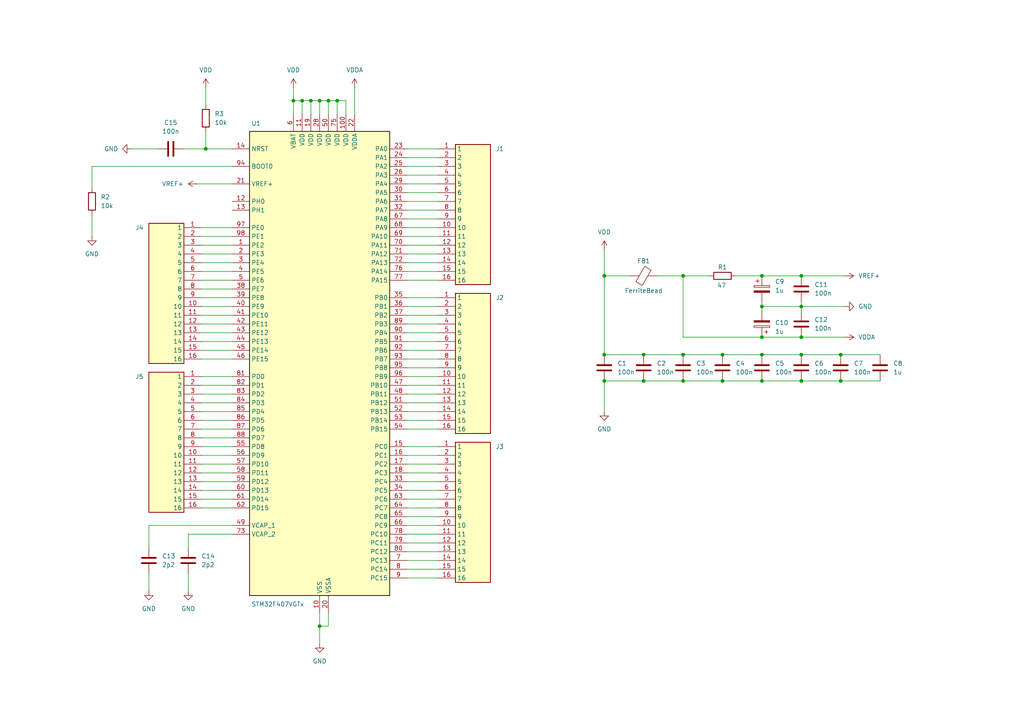
<source format=kicad_sch>
(kicad_sch (version 20250114) (generator "eeschema") (generator_version "9.0")
  (paper "A4")
  (lib_symbols
    (symbol "Custom:61301611121"
      (property "Reference" "J" (at 5.334 5.08 0))
      (property "Value" "61301611121" (at 3.556 -42.164 0))
      (symbol "61301611121_1_1"
        (rectangle (start 5.08 1.27) (end 15.24 -39.37) (stroke (width 0.254)) (fill (type background)))
        (pin passive line (at 0 0 0) (length 5.08) (name "1") (number "1"))
        (pin passive line (at 0 -2.54 0) (length 5.08) (name "2") (number "2"))
        (pin passive line (at 0 -5.08 0) (length 5.08) (name "3") (number "3"))
        (pin passive line (at 0 -7.62 0) (length 5.08) (name "4") (number "4"))
        (pin passive line (at 0 -10.16 0) (length 5.08) (name "5") (number "5"))
        (pin passive line (at 0 -12.7 0) (length 5.08) (name "6") (number "6"))
        (pin passive line (at 0 -15.24 0) (length 5.08) (name "7") (number "7"))
        (pin passive line (at 0 -17.78 0) (length 5.08) (name "8") (number "8"))
        (pin passive line (at 0 -20.32 0) (length 5.08) (name "9") (number "9"))
        (pin passive line (at 0 -22.86 0) (length 5.08) (name "10") (number "10"))
        (pin passive line (at 0 -25.4 0) (length 5.08) (name "11") (number "11"))
        (pin passive line (at 0 -27.94 0) (length 5.08) (name "12") (number "12"))
        (pin passive line (at 0 -30.48 0) (length 5.08) (name "13") (number "13"))
        (pin passive line (at 0 -33.02 0) (length 5.08) (name "14") (number "14"))
        (pin passive line (at 0 -35.56 0) (length 5.08) (name "15") (number "15"))
        (pin passive line (at 0 -38.1 0) (length 5.08) (name "16") (number "16"))
      )
    )
    (symbol "Device:C" (pin_numbers (hide yes)) (pin_names (offset 0.254))
      (property "Reference" "C" (at 0.635 2.54 0))
      (property "Value" "C" (at 0.635 -2.54 0))
      (symbol "C_0_1"
        (polyline (pts (xy -2.032 0.762) (xy 2.032 0.762)) (stroke (width 0.508)))
        (polyline (pts (xy -2.032 -0.762) (xy 2.032 -0.762)) (stroke (width 0.508)))
      )
      (symbol "C_1_1"
        (pin passive line (at 0 3.81 270) (length 2.794) (name "~") (number "1"))
        (pin passive line (at 0 -3.81 90) (length 2.794) (name "~") (number "2"))
      )
    )
    (symbol "Device:C_Polarized" (pin_numbers (hide yes)) (pin_names (offset 0.254))
      (property "Reference" "C" (at 0.635 2.54 0))
      (property "Value" "C_Polarized" (at 0.635 -2.54 0))
      (symbol "C_Polarized_0_1"
        (rectangle (start -2.286 0.508) (end 2.286 1.016))
        (polyline (pts (xy -1.778 2.286) (xy -0.762 2.286)))
        (polyline (pts (xy -1.27 2.794) (xy -1.27 1.778)))
        (rectangle (start 2.286 -0.508) (end -2.286 -1.016) (fill (type outline)))
      )
      (symbol "C_Polarized_1_1"
        (pin passive line (at 0 3.81 270) (length 2.794) (name "~") (number "1"))
        (pin passive line (at 0 -3.81 90) (length 2.794) (name "~") (number "2"))
      )
    )
    (symbol "Device:FerriteBead" (pin_numbers (hide yes)) (pin_names (offset 0))
      (property "Reference" "FB" (at -3.81 0.635 90))
      (property "Value" "FerriteBead" (at 3.81 0 90))
      (symbol "FerriteBead_0_1"
        (polyline (pts (xy -2.7686 0.4064) (xy -1.7018 2.2606) (xy 2.7686 -0.3048) (xy 1.6764 -2.159) (xy -2.7686 0.4064)))
        (polyline (pts (xy 0 1.27) (xy 0 1.2954)))
        (polyline (pts (xy 0 -1.27) (xy 0 -1.2192)))
      )
      (symbol "FerriteBead_1_1"
        (pin passive line (at 0 3.81 270) (length 2.54) (name "~") (number "1"))
        (pin passive line (at 0 -3.81 90) (length 2.54) (name "~") (number "2"))
      )
    )
    (symbol "Device:R" (pin_numbers (hide yes)) (pin_names (offset 0))
      (property "Reference" "R" (at 2.032 0 90))
      (property "Value" "R" (at 0 0 90))
      (symbol "R_0_1"
        (rectangle (start -1.016 -2.54) (end 1.016 2.54) (stroke (width 0.254)))
      )
      (symbol "R_1_1"
        (pin passive line (at 0 3.81 270) (length 1.27) (name "~") (number "1"))
        (pin passive line (at 0 -3.81 90) (length 1.27) (name "~") (number "2"))
      )
    )
    (symbol "MCU_ST_STM32F4:STM32F407VGTx"
      (property "Reference" "U" (at -20.32 69.85 0))
      (property "Value" "STM32F407VGTx" (at 12.7 69.85 0))
      (symbol "STM32F407VGTx_0_1"
        (rectangle (start -20.32 -66.04) (end 20.32 68.58) (stroke (width 0.254)) (fill (type background)))
      )
      (symbol "STM32F407VGTx_1_1"
        (pin input line (at -25.4 63.5 0) (length 5.08) (name "NRST") (number "14"))
        (pin input line (at -25.4 58.42 0) (length 5.08) (name "BOOT0") (number "94"))
        (pin input line (at -25.4 53.34 0) (length 5.08) (name "VREF+") (number "21"))
        (pin bidirectional line (at -25.4 48.26 0) (length 5.08) (name "PH0") (number "12"))
        (pin bidirectional line (at -25.4 45.72 0) (length 5.08) (name "PH1") (number "13"))
        (pin bidirectional line (at -25.4 40.64 0) (length 5.08) (name "PE0") (number "97"))
        (pin bidirectional line (at -25.4 38.1 0) (length 5.08) (name "PE1") (number "98"))
        (pin bidirectional line (at -25.4 35.56 0) (length 5.08) (name "PE2") (number "1"))
        (pin bidirectional line (at -25.4 33.02 0) (length 5.08) (name "PE3") (number "2"))
        (pin bidirectional line (at -25.4 30.48 0) (length 5.08) (name "PE4") (number "3"))
        (pin bidirectional line (at -25.4 27.94 0) (length 5.08) (name "PE5") (number "4"))
        (pin bidirectional line (at -25.4 25.4 0) (length 5.08) (name "PE6") (number "5"))
        (pin bidirectional line (at -25.4 22.86 0) (length 5.08) (name "PE7") (number "38"))
        (pin bidirectional line (at -25.4 20.32 0) (length 5.08) (name "PE8") (number "39"))
        (pin bidirectional line (at -25.4 17.78 0) (length 5.08) (name "PE9") (number "40"))
        (pin bidirectional line (at -25.4 15.24 0) (length 5.08) (name "PE10") (number "41"))
        (pin bidirectional line (at -25.4 12.7 0) (length 5.08) (name "PE11") (number "42"))
        (pin bidirectional line (at -25.4 10.16 0) (length 5.08) (name "PE12") (number "43"))
        (pin bidirectional line (at -25.4 7.62 0) (length 5.08) (name "PE13") (number "44"))
        (pin bidirectional line (at -25.4 5.08 0) (length 5.08) (name "PE14") (number "45"))
        (pin bidirectional line (at -25.4 2.54 0) (length 5.08) (name "PE15") (number "46"))
        (pin bidirectional line (at -25.4 -2.54 0) (length 5.08) (name "PD0") (number "81"))
        (pin bidirectional line (at -25.4 -5.08 0) (length 5.08) (name "PD1") (number "82"))
        (pin bidirectional line (at -25.4 -7.62 0) (length 5.08) (name "PD2") (number "83"))
        (pin bidirectional line (at -25.4 -10.16 0) (length 5.08) (name "PD3") (number "84"))
        (pin bidirectional line (at -25.4 -12.7 0) (length 5.08) (name "PD4") (number "85"))
        (pin bidirectional line (at -25.4 -15.24 0) (length 5.08) (name "PD5") (number "86"))
        (pin bidirectional line (at -25.4 -17.78 0) (length 5.08) (name "PD6") (number "87"))
        (pin bidirectional line (at -25.4 -20.32 0) (length 5.08) (name "PD7") (number "88"))
        (pin bidirectional line (at -25.4 -22.86 0) (length 5.08) (name "PD8") (number "55"))
        (pin bidirectional line (at -25.4 -25.4 0) (length 5.08) (name "PD9") (number "56"))
        (pin bidirectional line (at -25.4 -27.94 0) (length 5.08) (name "PD10") (number "57"))
        (pin bidirectional line (at -25.4 -30.48 0) (length 5.08) (name "PD11") (number "58"))
        (pin bidirectional line (at -25.4 -33.02 0) (length 5.08) (name "PD12") (number "59"))
        (pin bidirectional line (at -25.4 -35.56 0) (length 5.08) (name "PD13") (number "60"))
        (pin bidirectional line (at -25.4 -38.1 0) (length 5.08) (name "PD14") (number "61"))
        (pin bidirectional line (at -25.4 -40.64 0) (length 5.08) (name "PD15") (number "62"))
        (pin power_out line (at -25.4 -45.72 0) (length 5.08) (name "VCAP_1") (number "49"))
        (pin power_out line (at -25.4 -48.26 0) (length 5.08) (name "VCAP_2") (number "73"))
        (pin power_in line (at -7.62 73.66 270) (length 5.08) (name "VBAT") (number "6"))
        (pin power_in line (at -5.08 73.66 270) (length 5.08) (name "VDD") (number "11"))
        (pin power_in line (at -2.54 73.66 270) (length 5.08) (name "VDD") (number "19"))
        (pin power_in line (at 0 73.66 270) (length 5.08) (name "VDD") (number "28"))
        (pin power_in line (at 0 -71.12 90) (length 5.08) (name "VSS") (number "10"))
        (pin passive line (at 0 -71.12 90) (length 5.08) (hide yes) (name "VSS") (number "27"))
        (pin passive line (at 0 -71.12 90) (length 5.08) (hide yes) (name "VSS") (number "74"))
        (pin passive line (at 0 -71.12 90) (length 5.08) (hide yes) (name "VSS") (number "99"))
        (pin power_in line (at 2.54 73.66 270) (length 5.08) (name "VDD") (number "50"))
        (pin power_in line (at 2.54 -71.12 90) (length 5.08) (name "VSSA") (number "20"))
        (pin power_in line (at 5.08 73.66 270) (length 5.08) (name "VDD") (number "75"))
        (pin power_in line (at 7.62 73.66 270) (length 5.08) (name "VDD") (number "100"))
        (pin power_in line (at 10.16 73.66 270) (length 5.08) (name "VDDA") (number "22"))
        (pin bidirectional line (at 25.4 63.5 180) (length 5.08) (name "PA0") (number "23"))
        (pin bidirectional line (at 25.4 60.96 180) (length 5.08) (name "PA1") (number "24"))
        (pin bidirectional line (at 25.4 58.42 180) (length 5.08) (name "PA2") (number "25"))
        (pin bidirectional line (at 25.4 55.88 180) (length 5.08) (name "PA3") (number "26"))
        (pin bidirectional line (at 25.4 53.34 180) (length 5.08) (name "PA4") (number "29"))
        (pin bidirectional line (at 25.4 50.8 180) (length 5.08) (name "PA5") (number "30"))
        (pin bidirectional line (at 25.4 48.26 180) (length 5.08) (name "PA6") (number "31"))
        (pin bidirectional line (at 25.4 45.72 180) (length 5.08) (name "PA7") (number "32"))
        (pin bidirectional line (at 25.4 43.18 180) (length 5.08) (name "PA8") (number "67"))
        (pin bidirectional line (at 25.4 40.64 180) (length 5.08) (name "PA9") (number "68"))
        (pin bidirectional line (at 25.4 38.1 180) (length 5.08) (name "PA10") (number "69"))
        (pin bidirectional line (at 25.4 35.56 180) (length 5.08) (name "PA11") (number "70"))
        (pin bidirectional line (at 25.4 33.02 180) (length 5.08) (name "PA12") (number "71"))
        (pin bidirectional line (at 25.4 30.48 180) (length 5.08) (name "PA13") (number "72"))
        (pin bidirectional line (at 25.4 27.94 180) (length 5.08) (name "PA14") (number "76"))
        (pin bidirectional line (at 25.4 25.4 180) (length 5.08) (name "PA15") (number "77"))
        (pin bidirectional line (at 25.4 20.32 180) (length 5.08) (name "PB0") (number "35"))
        (pin bidirectional line (at 25.4 17.78 180) (length 5.08) (name "PB1") (number "36"))
        (pin bidirectional line (at 25.4 15.24 180) (length 5.08) (name "PB2") (number "37"))
        (pin bidirectional line (at 25.4 12.7 180) (length 5.08) (name "PB3") (number "89"))
        (pin bidirectional line (at 25.4 10.16 180) (length 5.08) (name "PB4") (number "90"))
        (pin bidirectional line (at 25.4 7.62 180) (length 5.08) (name "PB5") (number "91"))
        (pin bidirectional line (at 25.4 5.08 180) (length 5.08) (name "PB6") (number "92"))
        (pin bidirectional line (at 25.4 2.54 180) (length 5.08) (name "PB7") (number "93"))
        (pin bidirectional line (at 25.4 0 180) (length 5.08) (name "PB8") (number "95"))
        (pin bidirectional line (at 25.4 -2.54 180) (length 5.08) (name "PB9") (number "96"))
        (pin bidirectional line (at 25.4 -5.08 180) (length 5.08) (name "PB10") (number "47"))
        (pin bidirectional line (at 25.4 -7.62 180) (length 5.08) (name "PB11") (number "48"))
        (pin bidirectional line (at 25.4 -10.16 180) (length 5.08) (name "PB12") (number "51"))
        (pin bidirectional line (at 25.4 -12.7 180) (length 5.08) (name "PB13") (number "52"))
        (pin bidirectional line (at 25.4 -15.24 180) (length 5.08) (name "PB14") (number "53"))
        (pin bidirectional line (at 25.4 -17.78 180) (length 5.08) (name "PB15") (number "54"))
        (pin bidirectional line (at 25.4 -22.86 180) (length 5.08) (name "PC0") (number "15"))
        (pin bidirectional line (at 25.4 -25.4 180) (length 5.08) (name "PC1") (number "16"))
        (pin bidirectional line (at 25.4 -27.94 180) (length 5.08) (name "PC2") (number "17"))
        (pin bidirectional line (at 25.4 -30.48 180) (length 5.08) (name "PC3") (number "18"))
        (pin bidirectional line (at 25.4 -33.02 180) (length 5.08) (name "PC4") (number "33"))
        (pin bidirectional line (at 25.4 -35.56 180) (length 5.08) (name "PC5") (number "34"))
        (pin bidirectional line (at 25.4 -38.1 180) (length 5.08) (name "PC6") (number "63"))
        (pin bidirectional line (at 25.4 -40.64 180) (length 5.08) (name "PC7") (number "64"))
        (pin bidirectional line (at 25.4 -43.18 180) (length 5.08) (name "PC8") (number "65"))
        (pin bidirectional line (at 25.4 -45.72 180) (length 5.08) (name "PC9") (number "66"))
        (pin bidirectional line (at 25.4 -48.26 180) (length 5.08) (name "PC10") (number "78"))
        (pin bidirectional line (at 25.4 -50.8 180) (length 5.08) (name "PC11") (number "79"))
        (pin bidirectional line (at 25.4 -53.34 180) (length 5.08) (name "PC12") (number "80"))
        (pin bidirectional line (at 25.4 -55.88 180) (length 5.08) (name "PC13") (number "7"))
        (pin bidirectional line (at 25.4 -58.42 180) (length 5.08) (name "PC14") (number "8"))
        (pin bidirectional line (at 25.4 -60.96 180) (length 5.08) (name "PC15") (number "9"))
      )
    )
    (symbol "power:GND" (power) (pin_numbers (hide yes)) (pin_names (offset 0) (hide yes))
      (property "Value" "GND" (at 0 -3.81 0))
      (symbol "GND_0_1"
        (polyline (pts (xy 0 0) (xy 0 -1.27) (xy 1.27 -1.27) (xy 0 -2.54) (xy -1.27 -1.27) (xy 0 -1.27)))
      )
      (symbol "GND_1_1"
        (pin power_in line (at 0 0 270) (length 0) (name "~") (number "1"))
      )
    )
    (symbol "power:VDD" (power) (pin_numbers (hide yes)) (pin_names (offset 0) (hide yes))
      (property "Value" "VDD" (at 0 3.556 0))
      (symbol "VDD_0_1"
        (polyline (pts (xy -0.762 1.27) (xy 0 2.54)))
        (polyline (pts (xy 0 2.54) (xy 0.762 1.27)))
        (polyline (pts (xy 0 0) (xy 0 2.54)))
      )
      (symbol "VDD_1_1"
        (pin power_in line (at 0 0 90) (length 0) (name "~") (number "1"))
      )
    )
  )
  (junction (at 175.26 110.49))
  (junction (at 85.09 29.21))
  (junction (at 209.55 102.87))
  (junction (at 186.69 102.87))
  (junction (at 198.12 110.49))
  (junction (at 232.41 110.49))
  (junction (at 232.41 102.87))
  (junction (at 97.79 29.21))
  (junction (at 220.98 102.87))
  (junction (at 220.98 88.9))
  (junction (at 198.12 102.87))
  (junction (at 92.71 29.21))
  (junction (at 175.26 102.87))
  (junction (at 220.98 80.01))
  (junction (at 87.63 29.21))
  (junction (at 232.41 97.79))
  (junction (at 198.12 80.01))
  (junction (at 90.17 29.21))
  (junction (at 232.41 80.01))
  (junction (at 95.25 29.21))
  (junction (at 220.98 97.79))
  (junction (at 232.41 88.9))
  (junction (at 92.71 181.61))
  (junction (at 186.69 110.49))
  (junction (at 243.84 110.49))
  (junction (at 209.55 110.49))
  (junction (at 175.26 80.01))
  (junction (at 220.98 110.49))
  (junction (at 243.84 102.87))
  (junction (at 59.69 43.18))
  (wire (pts (xy 198.12 110.49) (xy 209.55 110.49)))
  (wire (pts (xy 87.63 29.21) (xy 90.17 29.21)))
  (wire (pts (xy 58.42 144.78) (xy 67.31 144.78)))
  (wire (pts (xy 54.61 166.37) (xy 54.61 171.45)))
  (wire (pts (xy 58.42 127) (xy 67.31 127)))
  (wire (pts (xy 175.26 80.01) (xy 175.26 102.87)))
  (wire (pts (xy 118.11 86.36) (xy 127 86.36)))
  (wire (pts (xy 58.42 83.82) (xy 67.31 83.82)))
  (wire (pts (xy 118.11 104.14) (xy 127 104.14)))
  (wire (pts (xy 43.18 152.4) (xy 43.18 158.75)))
  (wire (pts (xy 43.18 166.37) (xy 43.18 171.45)))
  (wire (pts (xy 59.69 38.1) (xy 59.69 43.18)))
  (wire (pts (xy 85.09 25.4) (xy 85.09 29.21)))
  (wire (pts (xy 118.11 53.34) (xy 127 53.34)))
  (wire (pts (xy 118.11 116.84) (xy 127 116.84)))
  (wire (pts (xy 118.11 152.4) (xy 127 152.4)))
  (wire (pts (xy 118.11 93.98) (xy 127 93.98)))
  (wire (pts (xy 54.61 158.75) (xy 54.61 154.94)))
  (wire (pts (xy 118.11 48.26) (xy 127 48.26)))
  (wire (pts (xy 220.98 110.49) (xy 232.41 110.49)))
  (wire (pts (xy 58.42 66.04) (xy 67.31 66.04)))
  (wire (pts (xy 87.63 29.21) (xy 87.63 33.02)))
  (wire (pts (xy 232.41 80.01) (xy 245.11 80.01)))
  (wire (pts (xy 118.11 154.94) (xy 127 154.94)))
  (wire (pts (xy 198.12 80.01) (xy 205.74 80.01)))
  (wire (pts (xy 26.67 62.23) (xy 26.67 68.58)))
  (wire (pts (xy 38.1 43.18) (xy 45.72 43.18)))
  (wire (pts (xy 43.18 152.4) (xy 67.31 152.4)))
  (wire (pts (xy 58.42 142.24) (xy 67.31 142.24)))
  (wire (pts (xy 118.11 132.08) (xy 127 132.08)))
  (wire (pts (xy 190.5 80.01) (xy 198.12 80.01)))
  (wire (pts (xy 58.42 116.84) (xy 67.31 116.84)))
  (wire (pts (xy 118.11 129.54) (xy 127 129.54)))
  (wire (pts (xy 26.67 48.26) (xy 67.31 48.26)))
  (wire (pts (xy 102.87 25.4) (xy 102.87 33.02)))
  (wire (pts (xy 59.69 25.4) (xy 59.69 30.48)))
  (wire (pts (xy 175.26 110.49) (xy 186.69 110.49)))
  (wire (pts (xy 58.42 73.66) (xy 67.31 73.66)))
  (wire (pts (xy 58.42 99.06) (xy 67.31 99.06)))
  (wire (pts (xy 58.42 101.6) (xy 67.31 101.6)))
  (wire (pts (xy 58.42 91.44) (xy 67.31 91.44)))
  (wire (pts (xy 118.11 160.02) (xy 127 160.02)))
  (wire (pts (xy 58.42 139.7) (xy 67.31 139.7)))
  (wire (pts (xy 85.09 29.21) (xy 87.63 29.21)))
  (wire (pts (xy 85.09 29.21) (xy 85.09 33.02)))
  (wire (pts (xy 118.11 99.06) (xy 127 99.06)))
  (wire (pts (xy 209.55 110.49) (xy 220.98 110.49)))
  (wire (pts (xy 118.11 66.04) (xy 127 66.04)))
  (wire (pts (xy 118.11 81.28) (xy 127 81.28)))
  (wire (pts (xy 58.42 134.62) (xy 67.31 134.62)))
  (wire (pts (xy 118.11 121.92) (xy 127 121.92)))
  (wire (pts (xy 220.98 88.9) (xy 220.98 90.17)))
  (wire (pts (xy 198.12 102.87) (xy 209.55 102.87)))
  (wire (pts (xy 118.11 78.74) (xy 127 78.74)))
  (wire (pts (xy 58.42 93.98) (xy 67.31 93.98)))
  (wire (pts (xy 58.42 68.58) (xy 67.31 68.58)))
  (wire (pts (xy 118.11 114.3) (xy 127 114.3)))
  (wire (pts (xy 118.11 50.8) (xy 127 50.8)))
  (wire (pts (xy 58.42 121.92) (xy 67.31 121.92)))
  (wire (pts (xy 58.42 109.22) (xy 67.31 109.22)))
  (wire (pts (xy 175.26 102.87) (xy 186.69 102.87)))
  (wire (pts (xy 232.41 88.9) (xy 232.41 90.17)))
  (wire (pts (xy 58.42 71.12) (xy 67.31 71.12)))
  (wire (pts (xy 118.11 157.48) (xy 127 157.48)))
  (wire (pts (xy 220.98 88.9) (xy 232.41 88.9)))
  (wire (pts (xy 58.42 111.76) (xy 67.31 111.76)))
  (wire (pts (xy 118.11 109.22) (xy 127 109.22)))
  (wire (pts (xy 118.11 134.62) (xy 127 134.62)))
  (wire (pts (xy 90.17 29.21) (xy 92.71 29.21)))
  (wire (pts (xy 118.11 73.66) (xy 127 73.66)))
  (wire (pts (xy 58.42 104.14) (xy 67.31 104.14)))
  (wire (pts (xy 220.98 87.63) (xy 220.98 88.9)))
  (wire (pts (xy 58.42 86.36) (xy 67.31 86.36)))
  (wire (pts (xy 232.41 97.79) (xy 245.11 97.79)))
  (wire (pts (xy 92.71 177.8) (xy 92.71 181.61)))
  (wire (pts (xy 58.42 124.46) (xy 67.31 124.46)))
  (wire (pts (xy 118.11 111.76) (xy 127 111.76)))
  (wire (pts (xy 118.11 71.12) (xy 127 71.12)))
  (wire (pts (xy 186.69 110.49) (xy 198.12 110.49)))
  (wire (pts (xy 175.26 110.49) (xy 175.26 119.38)))
  (wire (pts (xy 213.36 80.01) (xy 220.98 80.01)))
  (wire (pts (xy 198.12 97.79) (xy 220.98 97.79)))
  (wire (pts (xy 232.41 88.9) (xy 245.11 88.9)))
  (wire (pts (xy 118.11 165.1) (xy 127 165.1)))
  (wire (pts (xy 243.84 102.87) (xy 255.27 102.87)))
  (wire (pts (xy 118.11 96.52) (xy 127 96.52)))
  (wire (pts (xy 118.11 45.72) (xy 127 45.72)))
  (wire (pts (xy 92.71 29.21) (xy 92.71 33.02)))
  (wire (pts (xy 100.33 29.21) (xy 100.33 33.02)))
  (wire (pts (xy 118.11 167.64) (xy 127 167.64)))
  (wire (pts (xy 58.42 137.16) (xy 67.31 137.16)))
  (wire (pts (xy 26.67 48.26) (xy 26.67 54.61)))
  (wire (pts (xy 58.42 88.9) (xy 67.31 88.9)))
  (wire (pts (xy 118.11 119.38) (xy 127 119.38)))
  (wire (pts (xy 92.71 29.21) (xy 95.25 29.21)))
  (wire (pts (xy 118.11 43.18) (xy 127 43.18)))
  (wire (pts (xy 118.11 106.68) (xy 127 106.68)))
  (wire (pts (xy 97.79 29.21) (xy 97.79 33.02)))
  (wire (pts (xy 118.11 144.78) (xy 127 144.78)))
  (wire (pts (xy 95.25 29.21) (xy 95.25 33.02)))
  (wire (pts (xy 175.26 80.01) (xy 182.88 80.01)))
  (wire (pts (xy 59.69 43.18) (xy 67.31 43.18)))
  (wire (pts (xy 58.42 81.28) (xy 67.31 81.28)))
  (wire (pts (xy 58.42 78.74) (xy 67.31 78.74)))
  (wire (pts (xy 92.71 181.61) (xy 95.25 181.61)))
  (wire (pts (xy 186.69 102.87) (xy 198.12 102.87)))
  (wire (pts (xy 58.42 147.32) (xy 67.31 147.32)))
  (wire (pts (xy 118.11 139.7) (xy 127 139.7)))
  (wire (pts (xy 220.98 102.87) (xy 232.41 102.87)))
  (wire (pts (xy 58.42 119.38) (xy 67.31 119.38)))
  (wire (pts (xy 118.11 60.96) (xy 127 60.96)))
  (wire (pts (xy 54.61 154.94) (xy 67.31 154.94)))
  (wire (pts (xy 118.11 88.9) (xy 127 88.9)))
  (wire (pts (xy 58.42 96.52) (xy 67.31 96.52)))
  (wire (pts (xy 118.11 91.44) (xy 127 91.44)))
  (wire (pts (xy 58.42 76.2) (xy 67.31 76.2)))
  (wire (pts (xy 243.84 110.49) (xy 255.27 110.49)))
  (wire (pts (xy 53.34 43.18) (xy 59.69 43.18)))
  (wire (pts (xy 92.71 181.61) (xy 92.71 186.69)))
  (wire (pts (xy 118.11 137.16) (xy 127 137.16)))
  (wire (pts (xy 90.17 29.21) (xy 90.17 33.02)))
  (wire (pts (xy 175.26 72.39) (xy 175.26 80.01)))
  (wire (pts (xy 118.11 149.86) (xy 127 149.86)))
  (wire (pts (xy 232.41 110.49) (xy 243.84 110.49)))
  (wire (pts (xy 58.42 132.08) (xy 67.31 132.08)))
  (wire (pts (xy 232.41 102.87) (xy 243.84 102.87)))
  (wire (pts (xy 118.11 55.88) (xy 127 55.88)))
  (wire (pts (xy 232.41 87.63) (xy 232.41 88.9)))
  (wire (pts (xy 220.98 97.79) (xy 232.41 97.79)))
  (wire (pts (xy 198.12 80.01) (xy 198.12 97.79)))
  (wire (pts (xy 118.11 124.46) (xy 127 124.46)))
  (wire (pts (xy 118.11 63.5) (xy 127 63.5)))
  (wire (pts (xy 58.42 129.54) (xy 67.31 129.54)))
  (wire (pts (xy 118.11 147.32) (xy 127 147.32)))
  (wire (pts (xy 118.11 142.24) (xy 127 142.24)))
  (wire (pts (xy 118.11 76.2) (xy 127 76.2)))
  (wire (pts (xy 57.15 53.34) (xy 67.31 53.34)))
  (wire (pts (xy 95.25 29.21) (xy 97.79 29.21)))
  (wire (pts (xy 209.55 102.87) (xy 220.98 102.87)))
  (wire (pts (xy 118.11 101.6) (xy 127 101.6)))
  (wire (pts (xy 220.98 80.01) (xy 232.41 80.01)))
  (wire (pts (xy 58.42 114.3) (xy 67.31 114.3)))
  (wire (pts (xy 97.79 29.21) (xy 100.33 29.21)))
  (wire (pts (xy 118.11 58.42) (xy 127 58.42)))
  (wire (pts (xy 118.11 68.58) (xy 127 68.58)))
  (wire (pts (xy 95.25 177.8) (xy 95.25 181.61)))
  (wire (pts (xy 118.11 162.56) (xy 127 162.56)))
  (symbol (lib_id "power:VDD") (at 59.69 25.4 0) (unit 1)
    (property "Reference" "#PWR013" (effects (hide yes)))
    (property "Value" "VDD" (at 59.69 20.32 0))
    (property "Description" "Power symbol creates a global label with name \"VDD\"" (effects (hide yes)))
  )
  (symbol (lib_id "Device:FerriteBead") (at 186.69 80.01 90) (unit 1)
    (property "Reference" "FB1" (at 186.69 75.692 90))
    (property "Value" "FerriteBead" (at 186.69 84.328 90))
    (property "Description" "Ferrite bead" (effects (hide yes)))
  )
  (symbol (lib_id "power:GND") (at 175.26 119.38 0) (unit 1)
    (property "Reference" "#PWR02" (effects (hide yes)))
    (property "Value" "GND" (at 175.26 124.46 0))
    (property "Description" "Power symbol creates a global label with name \"GND\" , ground" (effects (hide yes)))
  )
  (symbol (lib_id "power:GND") (at 38.1 43.18 270) (unit 1)
    (property "Reference" "#PWR014" (effects (hide yes)))
    (property "Value" "GND" (at 34.29 43.1799 90) (effects (justify right)))
    (property "Description" "Power symbol creates a global label with name \"GND\" , ground" (effects (hide yes)))
  )
  (symbol (lib_id "Device:R") (at 209.55 80.01 90) (unit 1)
    (property "Reference" "R1" (at 209.55 77.47 90))
    (property "Value" "47" (at 209.296 82.804 90))
    (property "Description" "Resistor" (effects (hide yes)))
  )
  (symbol (lib_id "Custom:61301611121") (at 58.42 66.04 0) (mirror y) (unit 1)
    (property "Reference" "J4" (at 41.656 66.04 0) (effects (justify left)))
    (property "Value" "61301611121" (effects (hide yes)))
    (property "Footprint" "Custom:61301611121" (effects (hide yes)))
    (property "Datasheet" "https://www.we-online.com/components/products/download/3D_61301611121+%28rev1%29.pdf" (effects (hide yes)))
    (property "Description" "WR-PHD 2.54 mm Pin Header 16 pins, 1 row, straight, gold plating" (effects (hide yes)))
    (property "Height" "8.74" (effects (hide yes)))
    (property "Manufacturer_Name" "Wurth Elektronik" (effects (hide yes)))
    (property "Manufacturer_Part_Number" "61301611121" (effects (hide yes)))
    (property "Mouser Part Number" "710-61301611121" (effects (hide yes)))
    (property "Mouser Price/Stock" "https://www.mouser.co.uk/ProductDetail/Wurth-Elektronik/61301611121?qs=PhR8RmCirEYq%2F9PEO1%2F%252B%252Bg%3D%3D" (effects (hide yes)))
  )
  (symbol (lib_id "power:VDD") (at 245.11 97.79 270) (unit 1)
    (property "Reference" "#PWR06" (effects (hide yes)))
    (property "Value" "VDDA" (at 248.92 97.7899 90) (effects (justify left)))
    (property "Description" "Power symbol creates a global label with name \"VDD\"" (effects (hide yes)))
  )
  (symbol (lib_id "Device:C") (at 175.26 106.68 0) (unit 1)
    (property "Reference" "C1" (at 179.07 105.4099 0) (effects (justify left)))
    (property "Value" "100n" (at 179.07 107.9499 0) (effects (justify left)))
    (property "Description" "Unpolarized capacitor" (effects (hide yes)))
  )
  (symbol (lib_id "power:VDD") (at 57.15 53.34 90) (unit 1)
    (property "Reference" "#PWR07" (effects (hide yes)))
    (property "Value" "VREF+" (at 53.34 53.3399 90) (effects (justify left)))
    (property "Description" "Power symbol creates a global label with name \"VDD\"" (effects (hide yes)))
  )
  (symbol (lib_id "Device:C") (at 255.27 106.68 0) (unit 1)
    (property "Reference" "C8" (at 259.08 105.4099 0) (effects (justify left)))
    (property "Value" "1u" (at 259.08 107.9499 0) (effects (justify left)))
    (property "Description" "Unpolarized capacitor" (effects (hide yes)))
  )
  (symbol (lib_id "power:VDD") (at 102.87 25.4 0) (unit 1)
    (property "Reference" "#PWR08" (effects (hide yes)))
    (property "Value" "VDDA" (at 102.87 20.32 0))
    (property "Description" "Power symbol creates a global label with name \"VDD\"" (effects (hide yes)))
  )
  (symbol (lib_id "Device:C_Polarized") (at 220.98 83.82 0) (unit 1)
    (property "Reference" "C9" (at 224.79 81.6609 0) (effects (justify left)))
    (property "Value" "1u" (at 224.79 84.2009 0) (effects (justify left)))
    (property "Description" "Polarized capacitor" (effects (hide yes)))
  )
  (symbol (lib_id "MCU_ST_STM32F4:STM32F407VGTx") (at 92.71 106.68 0) (unit 1)
    (property "Reference" "U1" (at 72.898 35.814 0) (effects (justify left)))
    (property "Value" "STM32F407VGTx" (at 72.898 175.26 0) (effects (justify left)))
    (property "Footprint" "Package_QFP:LQFP-100_14x14mm_P0.5mm" (effects (hide yes)))
    (property "Datasheet" "https://www.st.com/resource/en/datasheet/stm32f407vg.pdf" (effects (hide yes)))
    (property "Description" "STMicroelectronics Arm Cortex-M4 MCU, 1024KB flash, 192KB RAM, 168 MHz, 1.8-3.6V, 82 GPIO, LQFP100" (effects (hide yes)))
  )
  (symbol (lib_id "power:VDD") (at 85.09 25.4 0) (unit 1)
    (property "Reference" "#PWR09" (effects (hide yes)))
    (property "Value" "VDD" (at 85.09 20.32 0))
    (property "Description" "Power symbol creates a global label with name \"VDD\"" (effects (hide yes)))
  )
  (symbol (lib_id "Device:C") (at 49.53 43.18 90) (unit 1)
    (property "Reference" "C15" (at 49.53 35.56 90))
    (property "Value" "100n" (at 49.53 38.1 90))
    (property "Description" "Unpolarized capacitor" (effects (hide yes)))
  )
  (symbol (lib_id "Device:C") (at 186.69 106.68 0) (unit 1)
    (property "Reference" "C2" (at 190.5 105.4099 0) (effects (justify left)))
    (property "Value" "100n" (at 190.5 107.9499 0) (effects (justify left)))
    (property "Description" "Unpolarized capacitor" (effects (hide yes)))
  )
  (symbol (lib_id "Custom:61301611121") (at 127 86.36 0) (unit 1)
    (property "Reference" "J2" (at 143.764 86.36 0) (effects (justify left)))
    (property "Value" "61301611121" (effects (hide yes)))
    (property "Footprint" "Custom:61301611121" (effects (hide yes)))
    (property "Datasheet" "https://www.we-online.com/components/products/download/3D_61301611121+%28rev1%29.pdf" (effects (hide yes)))
    (property "Description" "WR-PHD 2.54 mm Pin Header 16 pins, 1 row, straight, gold plating" (effects (hide yes)))
    (property "Height" "8.74" (effects (hide yes)))
    (property "Manufacturer_Name" "Wurth Elektronik" (effects (hide yes)))
    (property "Manufacturer_Part_Number" "61301611121" (effects (hide yes)))
    (property "Mouser Part Number" "710-61301611121" (effects (hide yes)))
    (property "Mouser Price/Stock" "https://www.mouser.co.uk/ProductDetail/Wurth-Elektronik/61301611121?qs=PhR8RmCirEYq%2F9PEO1%2F%252B%252Bg%3D%3D" (effects (hide yes)))
  )
  (symbol (lib_id "Device:C") (at 232.41 83.82 0) (unit 1)
    (property "Reference" "C11" (at 236.22 82.5499 0) (effects (justify left)))
    (property "Value" "100n" (at 236.22 85.0899 0) (effects (justify left)))
    (property "Description" "Unpolarized capacitor" (effects (hide yes)))
  )
  (symbol (lib_id "Device:C") (at 232.41 93.98 0) (unit 1)
    (property "Reference" "C12" (at 236.22 92.7099 0) (effects (justify left)))
    (property "Value" "100n" (at 236.22 95.2499 0) (effects (justify left)))
    (property "Description" "Unpolarized capacitor" (effects (hide yes)))
  )
  (symbol (lib_id "Custom:61301611121") (at 127 129.54 0) (unit 1)
    (property "Reference" "J3" (at 143.764 129.54 0) (effects (justify left)))
    (property "Value" "61301611121" (effects (hide yes)))
    (property "Footprint" "Custom:61301611121" (effects (hide yes)))
    (property "Datasheet" "https://www.we-online.com/components/products/download/3D_61301611121+%28rev1%29.pdf" (effects (hide yes)))
    (property "Description" "WR-PHD 2.54 mm Pin Header 16 pins, 1 row, straight, gold plating" (effects (hide yes)))
    (property "Height" "8.74" (effects (hide yes)))
    (property "Manufacturer_Name" "Wurth Elektronik" (effects (hide yes)))
    (property "Manufacturer_Part_Number" "61301611121" (effects (hide yes)))
    (property "Mouser Part Number" "710-61301611121" (effects (hide yes)))
    (property "Mouser Price/Stock" "https://www.mouser.co.uk/ProductDetail/Wurth-Elektronik/61301611121?qs=PhR8RmCirEYq%2F9PEO1%2F%252B%252Bg%3D%3D" (effects (hide yes)))
  )
  (symbol (lib_id "Device:C") (at 232.41 106.68 0) (unit 1)
    (property "Reference" "C6" (at 236.22 105.4099 0) (effects (justify left)))
    (property "Value" "100n" (at 236.22 107.9499 0) (effects (justify left)))
    (property "Description" "Unpolarized capacitor" (effects (hide yes)))
  )
  (symbol (lib_id "Device:C") (at 54.61 162.56 0) (unit 1)
    (property "Reference" "C14" (at 58.42 161.2899 0) (effects (justify left)))
    (property "Value" "2p2" (at 58.42 163.8299 0) (effects (justify left)))
    (property "Description" "Unpolarized capacitor" (effects (hide yes)))
  )
  (symbol (lib_id "Device:R") (at 26.67 58.42 0) (unit 1)
    (property "Reference" "R2" (at 29.21 57.1499 0) (effects (justify left)))
    (property "Value" "10k" (at 29.21 59.6899 0) (effects (justify left)))
    (property "Description" "Resistor" (effects (hide yes)))
  )
  (symbol (lib_id "Device:C_Polarized") (at 220.98 93.98 180) (unit 1)
    (property "Reference" "C10" (at 224.79 93.5989 0) (effects (justify right)))
    (property "Value" "1u" (at 224.79 96.1389 0) (effects (justify right)))
    (property "Description" "Polarized capacitor" (effects (hide yes)))
  )
  (symbol (lib_id "Custom:61301611121") (at 127 43.18 0) (unit 1)
    (property "Reference" "J1" (at 143.764 43.18 0) (effects (justify left)))
    (property "Value" "61301611121" (effects (hide yes)))
    (property "Footprint" "Custom:61301611121" (effects (hide yes)))
    (property "Datasheet" "https://www.we-online.com/components/products/download/3D_61301611121+%28rev1%29.pdf" (effects (hide yes)))
    (property "Description" "WR-PHD 2.54 mm Pin Header 16 pins, 1 row, straight, gold plating" (effects (hide yes)))
    (property "Height" "8.74" (effects (hide yes)))
    (property "Manufacturer_Name" "Wurth Elektronik" (effects (hide yes)))
    (property "Manufacturer_Part_Number" "61301611121" (effects (hide yes)))
    (property "Mouser Part Number" "710-61301611121" (effects (hide yes)))
    (property "Mouser Price/Stock" "https://www.mouser.co.uk/ProductDetail/Wurth-Elektronik/61301611121?qs=PhR8RmCirEYq%2F9PEO1%2F%252B%252Bg%3D%3D" (effects (hide yes)))
  )
  (symbol (lib_id "power:GND") (at 92.71 186.69 0) (unit 1)
    (property "Reference" "#PWR01" (effects (hide yes)))
    (property "Value" "GND" (at 92.71 191.77 0))
    (property "Description" "Power symbol creates a global label with name \"GND\" , ground" (effects (hide yes)))
  )
  (symbol (lib_id "Device:C") (at 198.12 106.68 0) (unit 1)
    (property "Reference" "C3" (at 201.93 105.4099 0) (effects (justify left)))
    (property "Value" "100n" (at 201.93 107.9499 0) (effects (justify left)))
    (property "Description" "Unpolarized capacitor" (effects (hide yes)))
  )
  (symbol (lib_id "power:GND") (at 26.67 68.58 0) (unit 1)
    (property "Reference" "#PWR012" (effects (hide yes)))
    (property "Value" "GND" (at 26.67 73.66 0))
    (property "Description" "Power symbol creates a global label with name \"GND\" , ground" (effects (hide yes)))
  )
  (symbol (lib_id "Device:C") (at 220.98 106.68 0) (unit 1)
    (property "Reference" "C5" (at 224.79 105.4099 0) (effects (justify left)))
    (property "Value" "100n" (at 224.79 107.9499 0) (effects (justify left)))
    (property "Description" "Unpolarized capacitor" (effects (hide yes)))
  )
  (symbol (lib_id "power:GND") (at 43.18 171.45 0) (unit 1)
    (property "Reference" "#PWR010" (effects (hide yes)))
    (property "Value" "GND" (at 43.18 176.53 0))
    (property "Description" "Power symbol creates a global label with name \"GND\" , ground" (effects (hide yes)))
  )
  (symbol (lib_id "power:VDD") (at 245.11 80.01 270) (unit 1)
    (property "Reference" "#PWR04" (effects (hide yes)))
    (property "Value" "VREF+" (at 248.92 80.0099 90) (effects (justify left)))
    (property "Description" "Power symbol creates a global label with name \"VDD\"" (effects (hide yes)))
  )
  (symbol (lib_id "Device:C") (at 43.18 162.56 0) (unit 1)
    (property "Reference" "C13" (at 46.99 161.2899 0) (effects (justify left)))
    (property "Value" "2p2" (at 46.99 163.8299 0) (effects (justify left)))
    (property "Description" "Unpolarized capacitor" (effects (hide yes)))
  )
  (symbol (lib_id "Custom:61301611121") (at 58.42 109.22 0) (mirror y) (unit 1)
    (property "Reference" "J5" (at 41.656 109.22 0) (effects (justify left)))
    (property "Value" "61301611121" (effects (hide yes)))
    (property "Footprint" "Custom:61301611121" (effects (hide yes)))
    (property "Datasheet" "https://www.we-online.com/components/products/download/3D_61301611121+%28rev1%29.pdf" (effects (hide yes)))
    (property "Description" "WR-PHD 2.54 mm Pin Header 16 pins, 1 row, straight, gold plating" (effects (hide yes)))
    (property "Height" "8.74" (effects (hide yes)))
    (property "Manufacturer_Name" "Wurth Elektronik" (effects (hide yes)))
    (property "Manufacturer_Part_Number" "61301611121" (effects (hide yes)))
    (property "Mouser Part Number" "710-61301611121" (effects (hide yes)))
    (property "Mouser Price/Stock" "https://www.mouser.co.uk/ProductDetail/Wurth-Elektronik/61301611121?qs=PhR8RmCirEYq%2F9PEO1%2F%252B%252Bg%3D%3D" (effects (hide yes)))
  )
  (symbol (lib_id "power:GND") (at 245.11 88.9 90) (unit 1)
    (property "Reference" "#PWR05" (effects (hide yes)))
    (property "Value" "GND" (at 248.92 88.8999 90) (effects (justify right)))
    (property "Description" "Power symbol creates a global label with name \"GND\" , ground" (effects (hide yes)))
  )
  (symbol (lib_id "power:VDD") (at 175.26 72.39 0) (unit 1)
    (property "Reference" "#PWR03" (effects (hide yes)))
    (property "Value" "VDD" (at 175.26 67.31 0))
    (property "Description" "Power symbol creates a global label with name \"VDD\"" (effects (hide yes)))
  )
  (symbol (lib_id "Device:C") (at 209.55 106.68 0) (unit 1)
    (property "Reference" "C4" (at 213.36 105.4099 0) (effects (justify left)))
    (property "Value" "100n" (at 213.36 107.9499 0) (effects (justify left)))
    (property "Description" "Unpolarized capacitor" (effects (hide yes)))
  )
  (symbol (lib_id "Device:R") (at 59.69 34.29 0) (unit 1)
    (property "Reference" "R3" (at 62.23 33.0199 0) (effects (justify left)))
    (property "Value" "10k" (at 62.23 35.5599 0) (effects (justify left)))
    (property "Description" "Resistor" (effects (hide yes)))
  )
  (symbol (lib_id "Device:C") (at 243.84 106.68 0) (unit 1)
    (property "Reference" "C7" (at 247.65 105.4099 0) (effects (justify left)))
    (property "Value" "100n" (at 247.65 107.9499 0) (effects (justify left)))
    (property "Description" "Unpolarized capacitor" (effects (hide yes)))
  )
  (symbol (lib_id "power:GND") (at 54.61 171.45 0) (unit 1)
    (property "Reference" "#PWR011" (effects (hide yes)))
    (property "Value" "GND" (at 54.61 176.53 0))
    (property "Description" "Power symbol creates a global label with name \"GND\" , ground" (effects (hide yes)))
  )
)
</source>
